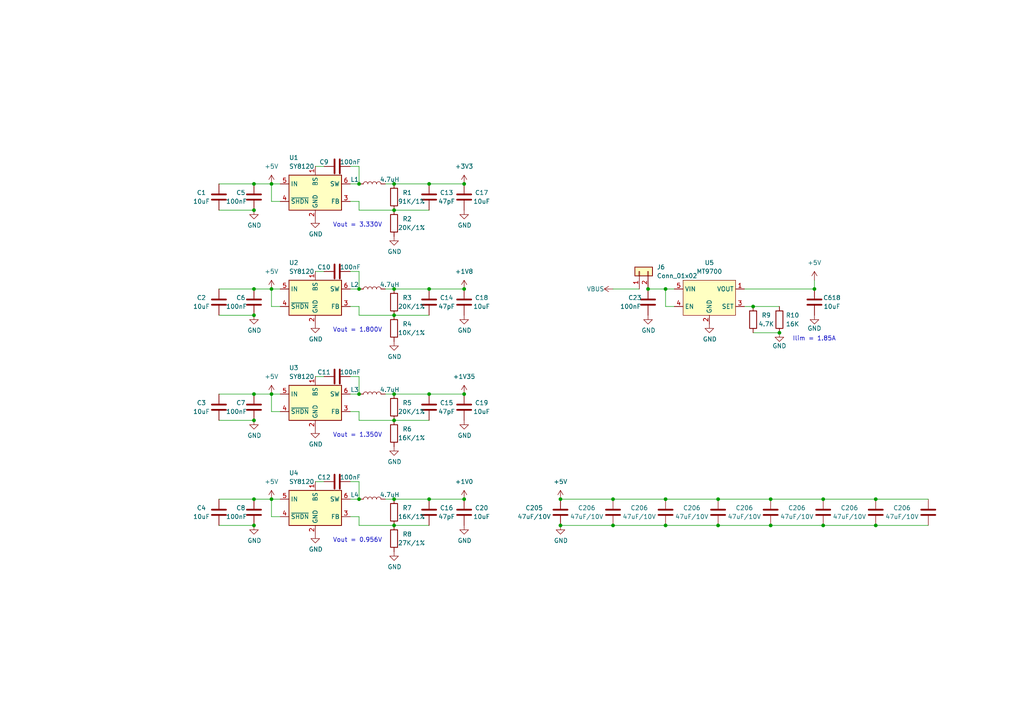
<source format=kicad_sch>
(kicad_sch (version 20230121) (generator eeschema)
  (paper "A4")
  (title_block (title "InuCal") (date "2020-06-30") (rev "R0.1") (company "Wenting Zhang") (comment 1 "zephray@outlook.com"))
  (lib_symbols
    (symbol "Connector_Generic:Conn_01x02" (pin_names (offset 1.016) hide)
      (property "Reference" "J" (at 0 2.54 0))
      (property "Value" "Conn_01x02" (at 0 -5.08 0))
      (symbol "Conn_01x02_1_1"
        (rectangle (start -1.27 -2.413) (end 0 -2.667) (stroke (width 0.1524)))
        (rectangle (start -1.27 0.127) (end 0 -0.127) (stroke (width 0.1524)))
        (rectangle (start -1.27 1.27) (end 1.27 -3.81) (stroke (width 0.254)) (fill (type background)))
        (pin passive line (at -5.08 0 0) (length 3.81) (name "Pin_1") (number "1"))
        (pin passive line (at -5.08 -2.54 0) (length 3.81) (name "Pin_2") (number "2"))
      )
    )
    (symbol "Device:C" (pin_numbers hide) (pin_names (offset 0.254))
      (property "Reference" "C" (at 0.635 2.54 0))
      (property "Value" "C" (at 0.635 -2.54 0))
      (symbol "C_0_1"
        (polyline (pts (xy -2.032 -0.762) (xy 2.032 -0.762)) (stroke (width 0.508)))
        (polyline (pts (xy -2.032 0.762) (xy 2.032 0.762)) (stroke (width 0.508)))
      )
      (symbol "C_1_1"
        (pin passive line (at 0 3.81 270) (length 2.794) (name "~") (number "1"))
        (pin passive line (at 0 -3.81 90) (length 2.794) (name "~") (number "2"))
      )
    )
    (symbol "Device:L" (pin_numbers hide) (pin_names (offset 1.016) hide)
      (property "Reference" "L" (at -1.27 0 90))
      (property "Value" "L" (at 1.905 0 90))
      (symbol "L_0_1"
        (arc (start 0 -2.54) (mid 0.6323 -1.905) (end 0 -1.27))
        (arc (start 0 -1.27) (mid 0.6323 -0.635) (end 0 0))
        (arc (start 0 0) (mid 0.6323 0.635) (end 0 1.27))
        (arc (start 0 1.27) (mid 0.6323 1.905) (end 0 2.54))
      )
      (symbol "L_1_1"
        (pin passive line (at 0 3.81 270) (length 1.27) (name "1") (number "1"))
        (pin passive line (at 0 -3.81 90) (length 1.27) (name "2") (number "2"))
      )
    )
    (symbol "Device:R" (pin_numbers hide) (pin_names (offset 0))
      (property "Reference" "R" (at 2.032 0 90))
      (property "Value" "R" (at 0 0 90))
      (symbol "R_0_1"
        (rectangle (start -1.016 -2.54) (end 1.016 2.54) (stroke (width 0.254)))
      )
      (symbol "R_1_1"
        (pin passive line (at 0 3.81 270) (length 1.27) (name "~") (number "1"))
        (pin passive line (at 0 -3.81 90) (length 1.27) (name "~") (number "2"))
      )
    )
    (symbol "power:+1V0" (power) (pin_names (offset 0))
      (property "Value" "+1V0" (at 0 3.556 0))
      (symbol "+1V0_0_1"
        (polyline (pts (xy -0.762 1.27) (xy 0 2.54)))
        (polyline (pts (xy 0 0) (xy 0 2.54)))
        (polyline (pts (xy 0 2.54) (xy 0.762 1.27)))
      )
      (symbol "+1V0_1_1"
        (pin power_in line (at 0 0 90) (length 0) hide (name "+1V0") (number "1"))
      )
    )
    (symbol "power:+1V35" (power) (pin_names (offset 0))
      (property "Value" "+1V35" (at 0 3.556 0))
      (symbol "+1V35_0_1"
        (polyline (pts (xy -0.762 1.27) (xy 0 2.54)))
        (polyline (pts (xy 0 0) (xy 0 2.54)))
        (polyline (pts (xy 0 2.54) (xy 0.762 1.27)))
      )
      (symbol "+1V35_1_1"
        (pin power_in line (at 0 0 90) (length 0) hide (name "+1V35") (number "1"))
      )
    )
    (symbol "power:+1V8" (power) (pin_names (offset 0))
      (property "Value" "+1V8" (at 0 3.556 0))
      (symbol "+1V8_0_1"
        (polyline (pts (xy -0.762 1.27) (xy 0 2.54)))
        (polyline (pts (xy 0 0) (xy 0 2.54)))
        (polyline (pts (xy 0 2.54) (xy 0.762 1.27)))
      )
      (symbol "+1V8_1_1"
        (pin power_in line (at 0 0 90) (length 0) hide (name "+1V8") (number "1"))
      )
    )
    (symbol "power:+3V3" (power) (pin_names (offset 0))
      (property "Value" "+3V3" (at 0 3.556 0))
      (symbol "+3V3_0_1"
        (polyline (pts (xy -0.762 1.27) (xy 0 2.54)))
        (polyline (pts (xy 0 0) (xy 0 2.54)))
        (polyline (pts (xy 0 2.54) (xy 0.762 1.27)))
      )
      (symbol "+3V3_1_1"
        (pin power_in line (at 0 0 90) (length 0) hide (name "+3V3") (number "1"))
      )
    )
    (symbol "power:+5V" (power) (pin_names (offset 0))
      (property "Value" "+5V" (at 0 3.556 0))
      (symbol "+5V_0_1"
        (polyline (pts (xy -0.762 1.27) (xy 0 2.54)))
        (polyline (pts (xy 0 0) (xy 0 2.54)))
        (polyline (pts (xy 0 2.54) (xy 0.762 1.27)))
      )
      (symbol "+5V_1_1"
        (pin power_in line (at 0 0 90) (length 0) hide (name "+5V") (number "1"))
      )
    )
    (symbol "power:GND" (power) (pin_names (offset 0))
      (property "Value" "GND" (at 0 -3.81 0))
      (symbol "GND_0_1"
        (polyline (pts (xy 0 0) (xy 0 -1.27) (xy 1.27 -1.27) (xy 0 -2.54) (xy -1.27 -1.27) (xy 0 -1.27)))
      )
      (symbol "GND_1_1"
        (pin power_in line (at 0 0 270) (length 0) hide (name "GND") (number "1"))
      )
    )
    (symbol "power:VBUS" (power) (pin_names (offset 0))
      (property "Value" "VBUS" (at 0 3.81 0))
      (symbol "VBUS_0_1"
        (polyline (pts (xy -0.762 1.27) (xy 0 2.54)))
        (polyline (pts (xy 0 0) (xy 0 2.54)))
        (polyline (pts (xy 0 2.54) (xy 0.762 1.27)))
      )
      (symbol "VBUS_1_1"
        (pin power_in line (at 0 0 90) (length 0) hide (name "VBUS") (number "1"))
      )
    )
    (symbol "symbols:MT9700"
      (property "Reference" "U" (at -5.08 7.62 0))
      (property "Value" "MT9700" (at 2.54 7.62 0))
      (symbol "MT9700_1_1"
        (rectangle (start -7.62 5.08) (end 7.62 -5.08) (fill (type background)))
        (pin passive line (at 10.16 2.54 180) (length 2.54) (name "VOUT") (number "1"))
        (pin passive line (at 0 -7.62 90) (length 2.54) (name "GND") (number "2"))
        (pin passive line (at 10.16 -2.54 180) (length 2.54) (name "SET") (number "3"))
        (pin passive line (at -10.16 -2.54 0) (length 2.54) (name "EN") (number "4"))
        (pin passive line (at -10.16 2.54 0) (length 2.54) (name "VIN") (number "5"))
      )
    )
    (symbol "symbols:SY8120"
      (property "Reference" "U" (at -7.62 10.16 0))
      (property "Value" "SY8120" (at -10.16 7.62 0))
      (symbol "SY8120_0_1"
        (rectangle (start -7.62 5.08) (end 7.62 -5.08) (stroke (width 0.254)) (fill (type background)))
      )
      (symbol "SY8120_1_1"
        (pin passive line (at 0 7.62 270) (length 2.54) (name "BS") (number "1"))
        (pin power_in line (at 0 -7.62 90) (length 2.54) (name "GND") (number "2"))
        (pin input line (at 10.16 -2.54 180) (length 2.54) (name "FB") (number "3"))
        (pin input line (at -10.16 -2.54 0) (length 2.54) (name "~{SHDN}") (number "4"))
        (pin power_in line (at -10.16 2.54 0) (length 2.54) (name "IN") (number "5"))
        (pin passive line (at 10.16 2.54 180) (length 2.54) (name "SW") (number "6"))
      )
    )
  )
  (junction (at 114.3 121.92) (diameter 0.9144))
  (junction (at 114.3 83.82) (diameter 0.9144))
  (junction (at 134.62 144.78))
  (junction (at 73.66 60.96) (diameter 0.9144))
  (junction (at 104.14 144.78))
  (junction (at 223.52 144.78))
  (junction (at 226.06 96.52))
  (junction (at 78.74 144.78) (diameter 0.9144))
  (junction (at 134.62 53.34))
  (junction (at 114.3 144.78) (diameter 0.9144))
  (junction (at 78.74 83.82) (diameter 0.9144))
  (junction (at 78.74 114.3) (diameter 0.9144))
  (junction (at 73.66 121.92) (diameter 0.9144))
  (junction (at 134.62 83.82))
  (junction (at 78.74 53.34) (diameter 0.9144))
  (junction (at 162.56 144.78))
  (junction (at 114.3 114.3) (diameter 0.9144))
  (junction (at 162.56 152.4))
  (junction (at 114.3 152.4) (diameter 0.9144))
  (junction (at 193.04 144.78))
  (junction (at 104.14 114.3))
  (junction (at 73.66 91.44) (diameter 0.9144))
  (junction (at 254 152.4))
  (junction (at 124.46 144.78))
  (junction (at 124.46 53.34))
  (junction (at 223.52 152.4))
  (junction (at 177.8 144.78))
  (junction (at 124.46 114.3))
  (junction (at 236.22 83.82))
  (junction (at 73.66 114.3))
  (junction (at 238.76 152.4))
  (junction (at 73.66 152.4) (diameter 0.9144))
  (junction (at 208.28 144.78))
  (junction (at 254 144.78))
  (junction (at 187.96 83.82))
  (junction (at 208.28 152.4))
  (junction (at 218.44 88.9))
  (junction (at 238.76 144.78))
  (junction (at 124.46 83.82))
  (junction (at 114.3 53.34) (diameter 0.9144))
  (junction (at 177.8 152.4))
  (junction (at 73.66 144.78))
  (junction (at 104.14 83.82))
  (junction (at 73.66 83.82))
  (junction (at 114.3 91.44) (diameter 0.9144))
  (junction (at 134.62 114.3))
  (junction (at 73.66 53.34))
  (junction (at 104.14 53.34))
  (junction (at 193.04 83.82))
  (junction (at 193.04 152.4))
  (junction (at 114.3 60.96) (diameter 0.9144))
  (wire (pts (xy 124.46 144.78) (xy 134.62 144.78)))
  (wire (pts (xy 78.74 53.34) (xy 81.28 53.34)))
  (wire (pts (xy 193.04 88.9) (xy 195.58 88.9)))
  (wire (pts (xy 114.3 144.78) (xy 124.46 144.78)))
  (wire (pts (xy 193.04 144.78) (xy 208.28 144.78)))
  (wire (pts (xy 114.3 152.4) (xy 124.46 152.4)))
  (wire (pts (xy 63.5 144.78) (xy 73.66 144.78)))
  (wire (pts (xy 114.3 53.34) (xy 111.76 53.34)))
  (wire (pts (xy 114.3 53.34) (xy 124.46 53.34)))
  (wire (pts (xy 177.8 83.82) (xy 185.42 83.82)))
  (wire (pts (xy 104.14 53.34) (xy 101.6 53.34)))
  (wire (pts (xy 78.74 58.42) (xy 78.74 53.34)))
  (wire (pts (xy 104.14 114.3) (xy 101.6 114.3)))
  (wire (pts (xy 104.14 149.86) (xy 104.14 152.4)))
  (wire (pts (xy 81.28 88.9) (xy 78.74 88.9)))
  (wire (pts (xy 63.5 114.3) (xy 73.66 114.3)))
  (wire (pts (xy 162.56 144.78) (xy 177.8 144.78)))
  (wire (pts (xy 78.74 83.82) (xy 81.28 83.82)))
  (wire (pts (xy 63.5 152.4) (xy 73.66 152.4)))
  (wire (pts (xy 78.74 119.38) (xy 78.74 114.3)))
  (wire (pts (xy 73.66 114.3) (xy 78.74 114.3)))
  (wire (pts (xy 215.9 88.9) (xy 218.44 88.9)))
  (wire (pts (xy 78.74 114.3) (xy 81.28 114.3)))
  (wire (pts (xy 238.76 152.4) (xy 254 152.4)))
  (wire (pts (xy 254 144.78) (xy 269.24 144.78)))
  (wire (pts (xy 91.44 109.22) (xy 93.98 109.22)))
  (wire (pts (xy 238.76 144.78) (xy 254 144.78)))
  (wire (pts (xy 63.5 121.92) (xy 73.66 121.92)))
  (wire (pts (xy 73.66 144.78) (xy 78.74 144.78)))
  (wire (pts (xy 91.44 139.7) (xy 93.98 139.7)))
  (wire (pts (xy 63.5 91.44) (xy 73.66 91.44)))
  (wire (pts (xy 124.46 53.34) (xy 134.62 53.34)))
  (wire (pts (xy 114.3 114.3) (xy 124.46 114.3)))
  (wire (pts (xy 223.52 144.78) (xy 238.76 144.78)))
  (wire (pts (xy 91.44 48.26) (xy 93.98 48.26)))
  (wire (pts (xy 101.6 119.38) (xy 104.14 119.38)))
  (wire (pts (xy 101.6 109.22) (xy 104.14 109.22)))
  (wire (pts (xy 114.3 121.92) (xy 124.46 121.92)))
  (wire (pts (xy 73.66 83.82) (xy 78.74 83.82)))
  (wire (pts (xy 124.46 114.3) (xy 134.62 114.3)))
  (wire (pts (xy 193.04 152.4) (xy 208.28 152.4)))
  (wire (pts (xy 218.44 88.9) (xy 226.06 88.9)))
  (wire (pts (xy 114.3 60.96) (xy 104.14 60.96)))
  (wire (pts (xy 63.5 83.82) (xy 73.66 83.82)))
  (wire (pts (xy 114.3 91.44) (xy 124.46 91.44)))
  (wire (pts (xy 63.5 53.34) (xy 73.66 53.34)))
  (wire (pts (xy 177.8 152.4) (xy 193.04 152.4)))
  (wire (pts (xy 104.14 144.78) (xy 101.6 144.78)))
  (wire (pts (xy 63.5 60.96) (xy 73.66 60.96)))
  (wire (pts (xy 114.3 91.44) (xy 104.14 91.44)))
  (wire (pts (xy 81.28 149.86) (xy 78.74 149.86)))
  (wire (pts (xy 101.6 139.7) (xy 104.14 139.7)))
  (wire (pts (xy 104.14 88.9) (xy 104.14 91.44)))
  (wire (pts (xy 101.6 78.74) (xy 104.14 78.74)))
  (wire (pts (xy 104.14 109.22) (xy 104.14 114.3)))
  (wire (pts (xy 193.04 88.9) (xy 193.04 83.82)))
  (wire (pts (xy 208.28 152.4) (xy 223.52 152.4)))
  (wire (pts (xy 104.14 119.38) (xy 104.14 121.92)))
  (wire (pts (xy 104.14 58.42) (xy 104.14 60.96)))
  (wire (pts (xy 177.8 144.78) (xy 193.04 144.78)))
  (wire (pts (xy 114.3 144.78) (xy 111.76 144.78)))
  (wire (pts (xy 101.6 88.9) (xy 104.14 88.9)))
  (wire (pts (xy 215.9 83.82) (xy 236.22 83.82)))
  (wire (pts (xy 78.74 144.78) (xy 81.28 144.78)))
  (wire (pts (xy 73.66 53.34) (xy 78.74 53.34)))
  (wire (pts (xy 104.14 48.26) (xy 104.14 53.34)))
  (wire (pts (xy 104.14 83.82) (xy 101.6 83.82)))
  (wire (pts (xy 81.28 58.42) (xy 78.74 58.42)))
  (wire (pts (xy 101.6 149.86) (xy 104.14 149.86)))
  (wire (pts (xy 236.22 83.82) (xy 236.22 81.28)))
  (wire (pts (xy 114.3 83.82) (xy 111.76 83.82)))
  (wire (pts (xy 104.14 78.74) (xy 104.14 83.82)))
  (wire (pts (xy 78.74 88.9) (xy 78.74 83.82)))
  (wire (pts (xy 218.44 96.52) (xy 226.06 96.52)))
  (wire (pts (xy 223.52 152.4) (xy 238.76 152.4)))
  (wire (pts (xy 114.3 152.4) (xy 104.14 152.4)))
  (wire (pts (xy 114.3 114.3) (xy 111.76 114.3)))
  (wire (pts (xy 124.46 83.82) (xy 134.62 83.82)))
  (wire (pts (xy 208.28 144.78) (xy 223.52 144.78)))
  (wire (pts (xy 91.44 78.74) (xy 93.98 78.74)))
  (wire (pts (xy 81.28 119.38) (xy 78.74 119.38)))
  (wire (pts (xy 104.14 139.7) (xy 104.14 144.78)))
  (wire (pts (xy 193.04 83.82) (xy 195.58 83.82)))
  (wire (pts (xy 114.3 121.92) (xy 104.14 121.92)))
  (wire (pts (xy 162.56 152.4) (xy 177.8 152.4)))
  (wire (pts (xy 101.6 58.42) (xy 104.14 58.42)))
  (wire (pts (xy 101.6 48.26) (xy 104.14 48.26)))
  (wire (pts (xy 114.3 83.82) (xy 124.46 83.82)))
  (wire (pts (xy 254 152.4) (xy 269.24 152.4)))
  (wire (pts (xy 187.96 83.82) (xy 193.04 83.82)))
  (wire (pts (xy 114.3 60.96) (xy 124.46 60.96)))
  (wire (pts (xy 78.74 149.86) (xy 78.74 144.78)))
  (text "Vout = 1.800V" (at 96.52 96.52 0) (effects (font (size 1.27 1.27)) (justify left bottom)))
  (text "Ilim = 1.85A" (at 229.87 99.06 0) (effects (font (size 1.27 1.27)) (justify left bottom)))
  (text "Vout = 0.956V" (at 96.52 157.48 0) (effects (font (size 1.27 1.27)) (justify left bottom)))
  (text "Vout = 3.330V" (at 96.52 66.04 0) (effects (font (size 1.27 1.27)) (justify left bottom)))
  (text "Vout = 1.350V" (at 96.52 127 0) (effects (font (size 1.27 1.27)) (justify left bottom)))
  (symbol (lib_id "Device:R") (at 114.3 95.25 180) (unit 1)
    (property "Reference" "R4" (at 118.11 93.98 0))
    (property "Value" "10K/1%" (at 119.38 96.52 0))
    (property "Footprint" "Resistor_SMD:R_0402_1005Metric" (effects hide))
    (instances (project "pcb" (path "" (reference "R4") (unit 1))) (project "pcb" (path "" (reference "R8") (unit 1))))
  )
  (symbol (lib_id "Device:C") (at 223.52 148.59 180) (unit 1)
    (property "Reference" "C206" (at 215.9 147.32 0))
    (property "Value" "47uF/10V" (at 215.9 149.86 0))
    (property "Footprint" "Capacitor_SMD:C_1206_3216Metric" (effects hide))
    (property "LCSC" "C105490" (effects hide))
    (property "Ref.Price" "0.0165" (effects hide))
    (instances (project "pcb" (path "" (reference "C206") (unit 1))) (project "pcb" (path "" (reference "C26") (unit 1))))
  )
  (symbol (lib_id "power:GND") (at 134.62 121.92 0) (unit 1)
    (property "Reference" "#PWR022" (effects hide))
    (property "Value" "GND" (at 134.747 126.3142 0))
    (instances (project "pcb" (path "" (reference "#PWR022") (unit 1))) (project "pcb" (path "" (reference "#PWR021") (unit 1))))
  )
  (symbol (lib_id "Device:C") (at 97.79 109.22 270) (unit 1)
    (property "Reference" "C11" (at 93.98 107.95 90))
    (property "Value" "100nF" (at 101.6 107.95 90))
    (property "Footprint" "Capacitor_SMD:C_0402_1005Metric" (effects hide))
    (instances (project "pcb" (path "" (reference "C11") (unit 1))) (project "pcb" (path "" (reference "C13") (unit 1))))
  )
  (symbol (lib_id "symbols:SY8120") (at 91.44 55.88 0) (unit 1)
    (property "Reference" "U1" (at 83.82 45.72 0) (effects (justify left)))
    (property "Value" "SY8120" (at 83.82 48.26 0) (effects (justify left)))
    (property "Footprint" "Package_TO_SOT_SMD:TSOT-23-6" (effects hide))
  )
  (symbol (lib_id "power:+1V8") (at 134.62 83.82 0) (unit 1)
    (property "Reference" "#PWR019" (effects hide))
    (property "Value" "+1V8" (at 134.62 78.74 0))
  )
  (symbol (lib_id "Device:R") (at 114.3 57.15 180) (unit 1)
    (property "Reference" "R1" (at 118.11 55.88 0))
    (property "Value" "91K/1%" (at 119.38 58.42 0))
    (property "Footprint" "Resistor_SMD:R_0402_1005Metric" (effects hide))
    (instances (project "pcb" (path "" (reference "R1") (unit 1))) (project "pcb" (path "" (reference "R7") (unit 1))))
  )
  (symbol (lib_id "Device:C") (at 134.62 87.63 180) (unit 1)
    (property "Reference" "C18" (at 139.7 86.36 0))
    (property "Value" "10uF" (at 139.7 88.9 0))
    (property "Footprint" "Capacitor_SMD:C_0805_2012Metric" (effects hide))
    (instances (project "pcb" (path "" (reference "C18") (unit 1))) (project "pcb" (path "" (reference "C15") (unit 1))))
  )
  (symbol (lib_id "Device:C") (at 63.5 118.11 180) (unit 1)
    (property "Reference" "C3" (at 58.42 116.84 0))
    (property "Value" "10uF" (at 58.42 119.38 0))
    (property "Footprint" "Capacitor_SMD:C_0805_2012Metric" (effects hide))
    (instances (project "pcb" (path "" (reference "C3") (unit 1))) (project "pcb" (path "" (reference "C10") (unit 1))))
  )
  (symbol (lib_id "Device:R") (at 218.44 92.71 180) (unit 1)
    (property "Reference" "R9" (at 222.25 91.44 0))
    (property "Value" "4.7K" (at 222.25 93.98 0))
    (property "Footprint" "Resistor_SMD:R_0402_1005Metric" (effects hide))
    (instances (project "pcb" (path "" (reference "R9") (unit 1))) (project "pcb" (path "" (reference "R7") (unit 1))))
  )
  (symbol (lib_id "power:GND") (at 205.74 93.98 0) (unit 1)
    (property "Reference" "#PWR0132" (effects hide))
    (property "Value" "GND" (at 205.867 98.3742 0))
    (instances (project "pcb" (path "" (reference "#PWR0132") (unit 1))) (project "pcb" (path "" (reference "#PWR029") (unit 1))))
  )
  (symbol (lib_id "Device:L") (at 107.95 53.34 90) (unit 1)
    (property "Reference" "L1" (at 102.87 52.07 90))
    (property "Value" "4.7uH" (at 113.03 52.07 90))
    (property "Footprint" "footprints:L_1212" (effects hide))
    (instances (project "pcb" (path "" (reference "L1") (unit 1))) (project "pcb" (path "" (reference "L2") (unit 1))))
  )
  (symbol (lib_id "Device:R") (at 114.3 156.21 180) (unit 1)
    (property "Reference" "R8" (at 118.11 154.94 0))
    (property "Value" "27K/1%" (at 119.38 157.48 0))
    (property "Footprint" "Resistor_SMD:R_0402_1005Metric" (effects hide))
  )
  (symbol (lib_id "Device:R") (at 114.3 118.11 180) (unit 1)
    (property "Reference" "R5" (at 118.11 116.84 0))
    (property "Value" "20K/1%" (at 119.38 119.38 0))
    (property "Footprint" "Resistor_SMD:R_0402_1005Metric" (effects hide))
    (instances (project "pcb" (path "" (reference "R5") (unit 1))) (project "pcb" (path "" (reference "R7") (unit 1))))
  )
  (symbol (lib_id "power:+5V") (at 78.74 83.82 0) (unit 1)
    (property "Reference" "#PWR06" (effects hide))
    (property "Value" "+5V" (at 78.74 78.74 0))
  )
  (symbol (lib_id "symbols:SY8120") (at 91.44 147.32 0) (unit 1)
    (property "Reference" "U4" (at 83.82 137.16 0) (effects (justify left)))
    (property "Value" "SY8120" (at 83.82 139.7 0) (effects (justify left)))
    (property "Footprint" "Package_TO_SOT_SMD:TSOT-23-6" (effects hide))
  )
  (symbol (lib_id "power:GND") (at 236.22 91.44 0) (mirror y) (unit 1)
    (property "Reference" "#PWR0134" (effects hide))
    (property "Value" "GND" (at 236.22 95.25 0))
    (instances (project "pcb" (path "" (reference "#PWR0134") (unit 1))) (project "pcb" (path "" (reference "#PWR032") (unit 1))))
  )
  (symbol (lib_id "Device:C") (at 73.66 148.59 180) (unit 1)
    (property "Reference" "C8" (at 69.85 147.32 0))
    (property "Value" "100nF" (at 68.58 149.86 0))
    (property "Footprint" "Capacitor_SMD:C_0402_1005Metric" (effects hide))
    (instances (project "pcb" (path "" (reference "C8") (unit 1))) (project "pcb" (path "" (reference "C12") (unit 1))))
  )
  (symbol (lib_id "Device:C") (at 134.62 57.15 180) (unit 1)
    (property "Reference" "C17" (at 139.7 55.88 0))
    (property "Value" "10uF" (at 139.7 58.42 0))
    (property "Footprint" "Capacitor_SMD:C_0805_2012Metric" (effects hide))
    (instances (project "pcb" (path "" (reference "C17") (unit 1))) (project "pcb" (path "" (reference "C15") (unit 1))))
  )
  (symbol (lib_id "Device:L") (at 107.95 83.82 90) (unit 1)
    (property "Reference" "L2" (at 102.87 82.55 90))
    (property "Value" "4.7uH" (at 113.03 82.55 90))
    (property "Footprint" "footprints:L_1212" (effects hide))
  )
  (symbol (lib_id "Device:C") (at 187.96 87.63 180) (unit 1)
    (property "Reference" "C23" (at 184.15 86.36 0))
    (property "Value" "100nF" (at 182.88 88.9 0))
    (property "Footprint" "Capacitor_SMD:C_0402_1005Metric" (effects hide))
    (instances (project "pcb" (path "" (reference "C23") (unit 1))) (project "pcb" (path "" (reference "C12") (unit 1))))
  )
  (symbol (lib_id "power:GND") (at 73.66 121.92 0) (unit 1)
    (property "Reference" "#PWR03" (effects hide))
    (property "Value" "GND" (at 73.787 126.3142 0))
    (instances (project "pcb" (path "" (reference "#PWR03") (unit 1))) (project "pcb" (path "" (reference "#PWR010") (unit 1))))
  )
  (symbol (lib_id "power:+5V") (at 162.56 144.78 0) (unit 1)
    (property "Reference" "#PWR0129" (effects hide))
    (property "Value" "+5V" (at 162.56 139.7 0))
    (instances (project "pcb" (path "" (reference "#PWR0129") (unit 1))) (project "pcb" (path "" (reference "#PWR025") (unit 1))))
  )
  (symbol (lib_id "Device:C") (at 236.22 87.63 0) (mirror x) (unit 1)
    (property "Reference" "C618" (at 241.3 86.36 0))
    (property "Value" "10uF" (at 241.3 88.9 0))
    (property "Footprint" "Capacitor_SMD:C_0805_2012Metric" (effects hide))
    (property "LCSC" "C105490" (effects hide))
    (property "Ref.Price" "0.0165" (effects hide))
    (instances (project "pcb" (path "" (reference "C618") (unit 1))) (project "pcb" (path "" (reference "C27") (unit 1))))
  )
  (symbol (lib_id "power:GND") (at 162.56 152.4 0) (unit 1)
    (property "Reference" "#PWR0130" (effects hide))
    (property "Value" "GND" (at 162.687 156.7942 0))
    (instances (project "pcb" (path "" (reference "#PWR0130") (unit 1))) (project "pcb" (path "" (reference "#PWR026") (unit 1))))
  )
  (symbol (lib_id "symbols:MT9700") (at 205.74 86.36 0) (unit 1)
    (property "Reference" "U5" (at 205.74 76.2 0))
    (property "Value" "MT9700" (at 205.74 78.74 0))
    (property "Footprint" "Package_TO_SOT_SMD:SOT-23-5" (effects hide))
  )
  (symbol (lib_id "power:GND") (at 187.96 91.44 0) (unit 1)
    (property "Reference" "#PWR0132" (effects hide))
    (property "Value" "GND" (at 188.087 95.8342 0))
    (instances (project "pcb" (path "" (reference "#PWR0132") (unit 1))) (project "pcb" (path "" (reference "#PWR027") (unit 1))))
  )
  (symbol (lib_id "power:+5V") (at 78.74 114.3 0) (unit 1)
    (property "Reference" "#PWR07" (effects hide))
    (property "Value" "+5V" (at 78.74 109.22 0))
  )
  (symbol (lib_id "power:GND") (at 114.3 99.06 0) (unit 1)
    (property "Reference" "#PWR014" (effects hide))
    (property "Value" "GND" (at 114.427 103.4542 0))
    (instances (project "pcb" (path "" (reference "#PWR014") (unit 1))) (project "pcb" (path "" (reference "#PWR017") (unit 1))))
  )
  (symbol (lib_id "Device:C") (at 73.66 57.15 180) (unit 1)
    (property "Reference" "C5" (at 69.85 55.88 0))
    (property "Value" "100nF" (at 68.58 58.42 0))
    (property "Footprint" "Capacitor_SMD:C_0402_1005Metric" (effects hide))
    (instances (project "pcb" (path "" (reference "C5") (unit 1))) (project "pcb" (path "" (reference "C12") (unit 1))))
  )
  (symbol (lib_id "Device:C") (at 162.56 148.59 180) (unit 1)
    (property "Reference" "C205" (at 154.94 147.32 0))
    (property "Value" "47uF/10V" (at 154.94 149.86 0))
    (property "Footprint" "Capacitor_SMD:C_1206_3216Metric" (effects hide))
    (property "LCSC" "C105490" (effects hide))
    (property "Ref.Price" "0.0165" (effects hide))
    (instances (project "pcb" (path "" (reference "C205") (unit 1))) (project "pcb" (path "" (reference "C21") (unit 1))))
  )
  (symbol (lib_id "Device:R") (at 114.3 148.59 180) (unit 1)
    (property "Reference" "R7" (at 118.11 147.32 0))
    (property "Value" "16K/1%" (at 119.38 149.86 0))
    (property "Footprint" "Resistor_SMD:R_0402_1005Metric" (effects hide))
  )
  (symbol (lib_id "Device:R") (at 226.06 92.71 180) (unit 1)
    (property "Reference" "R10" (at 229.87 91.44 0))
    (property "Value" "16K" (at 229.87 93.98 0))
    (property "Footprint" "Resistor_SMD:R_0402_1005Metric" (effects hide))
    (instances (project "pcb" (path "" (reference "R10") (unit 1))) (project "pcb" (path "" (reference "R7") (unit 1))))
  )
  (symbol (lib_id "Connector_Generic:Conn_01x02") (at 185.42 78.74 90) (unit 1)
    (property "Reference" "J6" (at 190.5 77.47 90) (effects (justify right)))
    (property "Value" "Conn_01x02" (at 190.5 80.01 90) (effects (justify right)))
    (property "Footprint" "Connector_PinHeader_2.54mm:PinHeader_1x02_P2.54mm_Vertical" (effects hide))
  )
  (symbol (lib_id "power:+5V") (at 236.22 81.28 0) (unit 1)
    (property "Reference" "#PWR0135" (effects hide))
    (property "Value" "+5V" (at 236.22 76.2 0))
    (instances (project "pcb" (path "" (reference "#PWR0135") (unit 1))) (project "pcb" (path "" (reference "#PWR031") (unit 1))))
  )
  (symbol (lib_id "Device:C") (at 97.79 78.74 270) (unit 1)
    (property "Reference" "C10" (at 93.98 77.47 90))
    (property "Value" "100nF" (at 101.6 77.47 90))
    (property "Footprint" "Capacitor_SMD:C_0402_1005Metric" (effects hide))
    (instances (project "pcb" (path "" (reference "C10") (unit 1))) (project "pcb" (path "" (reference "C13") (unit 1))))
  )
  (symbol (lib_id "Device:R") (at 114.3 125.73 180) (unit 1)
    (property "Reference" "R6" (at 118.11 124.46 0))
    (property "Value" "16K/1%" (at 119.38 127 0))
    (property "Footprint" "Resistor_SMD:R_0402_1005Metric" (effects hide))
    (instances (project "pcb" (path "" (reference "R6") (unit 1))) (project "pcb" (path "" (reference "R8") (unit 1))))
  )
  (symbol (lib_id "power:GND") (at 91.44 93.98 0) (unit 1)
    (property "Reference" "#PWR010" (effects hide))
    (property "Value" "GND" (at 91.567 98.3742 0))
    (instances (project "pcb" (path "" (reference "#PWR010") (unit 1))) (project "pcb" (path "" (reference "#PWR014") (unit 1))))
  )
  (symbol (lib_id "Device:C") (at 208.28 148.59 180) (unit 1)
    (property "Reference" "C206" (at 200.66 147.32 0))
    (property "Value" "47uF/10V" (at 200.66 149.86 0))
    (property "Footprint" "Capacitor_SMD:C_1206_3216Metric" (effects hide))
    (property "LCSC" "C105490" (effects hide))
    (property "Ref.Price" "0.0165" (effects hide))
    (instances (project "pcb" (path "" (reference "C206") (unit 1))) (project "pcb" (path "" (reference "C25") (unit 1))))
  )
  (symbol (lib_id "Device:C") (at 63.5 148.59 180) (unit 1)
    (property "Reference" "C4" (at 58.42 147.32 0))
    (property "Value" "10uF" (at 58.42 149.86 0))
    (property "Footprint" "Capacitor_SMD:C_0805_2012Metric" (effects hide))
    (instances (project "pcb" (path "" (reference "C4") (unit 1))) (project "pcb" (path "" (reference "C10") (unit 1))))
  )
  (symbol (lib_id "power:GND") (at 134.62 152.4 0) (unit 1)
    (property "Reference" "#PWR024" (effects hide))
    (property "Value" "GND" (at 134.747 156.7942 0))
    (instances (project "pcb" (path "" (reference "#PWR024") (unit 1))) (project "pcb" (path "" (reference "#PWR021") (unit 1))))
  )
  (symbol (lib_id "power:GND") (at 73.66 91.44 0) (unit 1)
    (property "Reference" "#PWR02" (effects hide))
    (property "Value" "GND" (at 73.787 95.8342 0))
    (instances (project "pcb" (path "" (reference "#PWR02") (unit 1))) (project "pcb" (path "" (reference "#PWR010") (unit 1))))
  )
  (symbol (lib_id "power:GND") (at 91.44 154.94 0) (unit 1)
    (property "Reference" "#PWR012" (effects hide))
    (property "Value" "GND" (at 91.567 159.3342 0))
    (instances (project "pcb" (path "" (reference "#PWR012") (unit 1))) (project "pcb" (path "" (reference "#PWR014") (unit 1))))
  )
  (symbol (lib_id "Device:L") (at 107.95 114.3 90) (unit 1)
    (property "Reference" "L3" (at 102.87 113.03 90))
    (property "Value" "4.7uH" (at 113.03 113.03 90))
    (property "Footprint" "footprints:L_1212" (effects hide))
    (instances (project "pcb" (path "" (reference "L3") (unit 1))) (project "pcb" (path "" (reference "L2") (unit 1))))
  )
  (symbol (lib_id "power:GND") (at 226.06 96.52 0) (mirror y) (unit 1)
    (property "Reference" "#PWR0134" (effects hide))
    (property "Value" "GND" (at 226.06 100.33 0))
    (instances (project "pcb" (path "" (reference "#PWR0134") (unit 1))) (project "pcb" (path "" (reference "#PWR030") (unit 1))))
  )
  (symbol (lib_id "Device:C") (at 269.24 148.59 180) (unit 1)
    (property "Reference" "C206" (at 261.62 147.32 0))
    (property "Value" "47uF/10V" (at 261.62 149.86 0))
    (property "Footprint" "Capacitor_SMD:C_1206_3216Metric" (effects hide))
    (property "LCSC" "C105490" (effects hide))
    (property "Ref.Price" "0.0165" (effects hide))
    (instances (project "pcb" (path "" (reference "C206") (unit 1))) (project "pcb" (path "" (reference "C30") (unit 1))))
  )
  (symbol (lib_id "power:VBUS") (at 177.8 83.82 90) (mirror x) (unit 1)
    (property "Reference" "#PWR0295" (effects hide))
    (property "Value" "VBUS" (at 172.72 83.82 90))
    (instances (project "pcb" (path "" (reference "#PWR0295") (unit 1)) (path "" (reference "#PWR028") (unit 1))))
  )
  (symbol (lib_id "symbols:SY8120") (at 91.44 116.84 0) (unit 1)
    (property "Reference" "U3" (at 83.82 106.68 0) (effects (justify left)))
    (property "Value" "SY8120" (at 83.82 109.22 0) (effects (justify left)))
    (property "Footprint" "Package_TO_SOT_SMD:TSOT-23-6" (effects hide))
  )
  (symbol (lib_id "Device:R") (at 114.3 87.63 180) (unit 1)
    (property "Reference" "R3" (at 118.11 86.36 0))
    (property "Value" "20K/1%" (at 119.38 88.9 0))
    (property "Footprint" "Resistor_SMD:R_0402_1005Metric" (effects hide))
    (instances (project "pcb" (path "" (reference "R3") (unit 1))) (project "pcb" (path "" (reference "R7") (unit 1))))
  )
  (symbol (lib_id "Device:C") (at 97.79 139.7 270) (unit 1)
    (property "Reference" "C12" (at 93.98 138.43 90))
    (property "Value" "100nF" (at 101.6 138.43 90))
    (property "Footprint" "Capacitor_SMD:C_0402_1005Metric" (effects hide))
    (instances (project "pcb" (path "" (reference "C12") (unit 1))) (project "pcb" (path "" (reference "C13") (unit 1))))
  )
  (symbol (lib_id "power:GND") (at 134.62 91.44 0) (unit 1)
    (property "Reference" "#PWR020" (effects hide))
    (property "Value" "GND" (at 134.747 95.8342 0))
    (instances (project "pcb" (path "" (reference "#PWR020") (unit 1))) (project "pcb" (path "" (reference "#PWR021") (unit 1))))
  )
  (symbol (lib_id "power:+3V3") (at 134.62 53.34 0) (unit 1)
    (property "Reference" "#PWR017" (effects hide))
    (property "Value" "+3V3" (at 134.62 48.26 0))
    (instances (project "pcb" (path "" (reference "#PWR017") (unit 1))) (project "pcb" (path "" (reference "#PWR020") (unit 1))))
  )
  (symbol (lib_id "Device:C") (at 254 148.59 180) (unit 1)
    (property "Reference" "C206" (at 246.38 147.32 0))
    (property "Value" "47uF/10V" (at 246.38 149.86 0))
    (property "Footprint" "Capacitor_SMD:C_1206_3216Metric" (effects hide))
    (property "LCSC" "C105490" (effects hide))
    (property "Ref.Price" "0.0165" (effects hide))
    (instances (project "pcb" (path "" (reference "C206") (unit 1))) (project "pcb" (path "" (reference "C29") (unit 1))))
  )
  (symbol (lib_id "power:GND") (at 134.62 60.96 0) (unit 1)
    (property "Reference" "#PWR018" (effects hide))
    (property "Value" "GND" (at 134.747 65.3542 0))
    (instances (project "pcb" (path "" (reference "#PWR018") (unit 1))) (project "pcb" (path "" (reference "#PWR021") (unit 1))))
  )
  (symbol (lib_id "power:+1V0") (at 134.62 144.78 0) (unit 1)
    (property "Reference" "#PWR023" (effects hide))
    (property "Value" "+1V0" (at 134.62 139.7 0))
  )
  (symbol (lib_id "Device:C") (at 124.46 57.15 180) (unit 1)
    (property "Reference" "C13" (at 129.54 55.88 0))
    (property "Value" "47pF" (at 129.54 58.42 0))
    (property "Footprint" "Capacitor_SMD:C_0402_1005Metric" (effects hide))
  )
  (symbol (lib_id "Device:C") (at 63.5 57.15 180) (unit 1)
    (property "Reference" "C1" (at 58.42 55.88 0))
    (property "Value" "10uF" (at 58.42 58.42 0))
    (property "Footprint" "Capacitor_SMD:C_0805_2012Metric" (effects hide))
    (instances (project "pcb" (path "" (reference "C1") (unit 1))) (project "pcb" (path "" (reference "C10") (unit 1))))
  )
  (symbol (lib_id "power:+5V") (at 78.74 144.78 0) (unit 1)
    (property "Reference" "#PWR08" (effects hide))
    (property "Value" "+5V" (at 78.74 139.7 0))
  )
  (symbol (lib_id "Device:C") (at 97.79 48.26 270) (unit 1)
    (property "Reference" "C9" (at 93.98 46.99 90))
    (property "Value" "100nF" (at 101.6 46.99 90))
    (property "Footprint" "Capacitor_SMD:C_0402_1005Metric" (effects hide))
    (instances (project "pcb" (path "" (reference "C9") (unit 1))) (project "pcb" (path "" (reference "C13") (unit 1))))
  )
  (symbol (lib_id "Device:C") (at 193.04 148.59 180) (unit 1)
    (property "Reference" "C206" (at 185.42 147.32 0))
    (property "Value" "47uF/10V" (at 185.42 149.86 0))
    (property "Footprint" "Capacitor_SMD:C_1206_3216Metric" (effects hide))
    (property "LCSC" "C105490" (effects hide))
    (property "Ref.Price" "0.0165" (effects hide))
    (instances (project "pcb" (path "" (reference "C206") (unit 1))) (project "pcb" (path "" (reference "C24") (unit 1))))
  )
  (symbol (lib_id "Device:C") (at 124.46 118.11 180) (unit 1)
    (property "Reference" "C15" (at 129.54 116.84 0))
    (property "Value" "47pF" (at 129.54 119.38 0))
    (property "Footprint" "Capacitor_SMD:C_0402_1005Metric" (effects hide))
    (instances (project "pcb" (path "" (reference "C15") (unit 1))) (project "pcb" (path "" (reference "C13") (unit 1))))
  )
  (symbol (lib_id "Device:C") (at 177.8 148.59 180) (unit 1)
    (property "Reference" "C206" (at 170.18 147.32 0))
    (property "Value" "47uF/10V" (at 170.18 149.86 0))
    (property "Footprint" "Capacitor_SMD:C_1206_3216Metric" (effects hide))
    (property "LCSC" "C105490" (effects hide))
    (property "Ref.Price" "0.0165" (effects hide))
    (instances (project "pcb" (path "" (reference "C206") (unit 1))) (project "pcb" (path "" (reference "C22") (unit 1))))
  )
  (symbol (lib_id "power:GND") (at 73.66 60.96 0) (unit 1)
    (property "Reference" "#PWR01" (effects hide))
    (property "Value" "GND" (at 73.787 65.3542 0))
    (instances (project "pcb" (path "" (reference "#PWR01") (unit 1))) (project "pcb" (path "" (reference "#PWR010") (unit 1))))
  )
  (symbol (lib_id "power:GND") (at 73.66 152.4 0) (unit 1)
    (property "Reference" "#PWR04" (effects hide))
    (property "Value" "GND" (at 73.787 156.7942 0))
    (instances (project "pcb" (path "" (reference "#PWR04") (unit 1))) (project "pcb" (path "" (reference "#PWR010") (unit 1))))
  )
  (symbol (lib_id "power:GND") (at 114.3 68.58 0) (unit 1)
    (property "Reference" "#PWR013" (effects hide))
    (property "Value" "GND" (at 114.427 72.9742 0))
    (instances (project "pcb" (path "" (reference "#PWR013") (unit 1))) (project "pcb" (path "" (reference "#PWR017") (unit 1))))
  )
  (symbol (lib_id "power:GND") (at 91.44 124.46 0) (unit 1)
    (property "Reference" "#PWR011" (effects hide))
    (property "Value" "GND" (at 91.567 128.8542 0))
    (instances (project "pcb" (path "" (reference "#PWR011") (unit 1))) (project "pcb" (path "" (reference "#PWR014") (unit 1))))
  )
  (symbol (lib_id "power:+5V") (at 78.74 53.34 0) (unit 1)
    (property "Reference" "#PWR05" (effects hide))
    (property "Value" "+5V" (at 78.74 48.26 0))
  )
  (symbol (lib_id "power:GND") (at 91.44 63.5 0) (unit 1)
    (property "Reference" "#PWR09" (effects hide))
    (property "Value" "GND" (at 91.567 67.8942 0))
    (instances (project "pcb" (path "" (reference "#PWR09") (unit 1))) (project "pcb" (path "" (reference "#PWR014") (unit 1))))
  )
  (symbol (lib_id "power:GND") (at 114.3 160.02 0) (unit 1)
    (property "Reference" "#PWR016" (effects hide))
    (property "Value" "GND" (at 114.427 164.4142 0))
    (instances (project "pcb" (path "" (reference "#PWR016") (unit 1))) (project "pcb" (path "" (reference "#PWR017") (unit 1))))
  )
  (symbol (lib_id "symbols:SY8120") (at 91.44 86.36 0) (unit 1)
    (property "Reference" "U2" (at 83.82 76.2 0) (effects (justify left)))
    (property "Value" "SY8120" (at 83.82 78.74 0) (effects (justify left)))
    (property "Footprint" "Package_TO_SOT_SMD:TSOT-23-6" (effects hide))
  )
  (symbol (lib_id "Device:R") (at 114.3 64.77 180) (unit 1)
    (property "Reference" "R2" (at 118.11 63.5 0))
    (property "Value" "20K/1%" (at 119.38 66.04 0))
    (property "Footprint" "Resistor_SMD:R_0402_1005Metric" (effects hide))
    (instances (project "pcb" (path "" (reference "R2") (unit 1))) (project "pcb" (path "" (reference "R8") (unit 1))))
  )
  (symbol (lib_id "power:GND") (at 114.3 129.54 0) (unit 1)
    (property "Reference" "#PWR015" (effects hide))
    (property "Value" "GND" (at 114.427 133.9342 0))
    (instances (project "pcb" (path "" (reference "#PWR015") (unit 1))) (project "pcb" (path "" (reference "#PWR017") (unit 1))))
  )
  (symbol (lib_id "Device:C") (at 134.62 118.11 180) (unit 1)
    (property "Reference" "C19" (at 139.7 116.84 0))
    (property "Value" "10uF" (at 139.7 119.38 0))
    (property "Footprint" "Capacitor_SMD:C_0805_2012Metric" (effects hide))
    (instances (project "pcb" (path "" (reference "C19") (unit 1))) (project "pcb" (path "" (reference "C15") (unit 1))))
  )
  (symbol (lib_id "Device:C") (at 238.76 148.59 180) (unit 1)
    (property "Reference" "C206" (at 231.14 147.32 0))
    (property "Value" "47uF/10V" (at 231.14 149.86 0))
    (property "Footprint" "Capacitor_SMD:C_1206_3216Metric" (effects hide))
    (property "LCSC" "C105490" (effects hide))
    (property "Ref.Price" "0.0165" (effects hide))
    (instances (project "pcb" (path "" (reference "C206") (unit 1))) (project "pcb" (path "" (reference "C28") (unit 1))))
  )
  (symbol (lib_id "Device:C") (at 63.5 87.63 180) (unit 1)
    (property "Reference" "C2" (at 58.42 86.36 0))
    (property "Value" "10uF" (at 58.42 88.9 0))
    (property "Footprint" "Capacitor_SMD:C_0805_2012Metric" (effects hide))
    (instances (project "pcb" (path "" (reference "C2") (unit 1))) (project "pcb" (path "" (reference "C10") (unit 1))))
  )
  (symbol (lib_id "Device:C") (at 134.62 148.59 180) (unit 1)
    (property "Reference" "C20" (at 139.7 147.32 0))
    (property "Value" "10uF" (at 139.7 149.86 0))
    (property "Footprint" "Capacitor_SMD:C_0805_2012Metric" (effects hide))
    (instances (project "pcb" (path "" (reference "C20") (unit 1))) (project "pcb" (path "" (reference "C15") (unit 1))))
  )
  (symbol (lib_id "power:+1V35") (at 134.62 114.3 0) (unit 1)
    (property "Reference" "#PWR021" (effects hide))
    (property "Value" "+1V35" (at 134.62 109.22 0))
  )
  (symbol (lib_id "Device:C") (at 73.66 118.11 180) (unit 1)
    (property "Reference" "C7" (at 69.85 116.84 0))
    (property "Value" "100nF" (at 68.58 119.38 0))
    (property "Footprint" "Capacitor_SMD:C_0402_1005Metric" (effects hide))
    (instances (project "pcb" (path "" (reference "C7") (unit 1))) (project "pcb" (path "" (reference "C12") (unit 1))))
  )
  (symbol (lib_id "Device:L") (at 107.95 144.78 90) (unit 1)
    (property "Reference" "L4" (at 102.87 143.51 90))
    (property "Value" "4.7uH" (at 113.03 143.51 90))
    (property "Footprint" "footprints:L_1212" (effects hide))
    (instances (project "pcb" (path "" (reference "L4") (unit 1))) (project "pcb" (path "" (reference "L2") (unit 1))))
  )
  (symbol (lib_id "Device:C") (at 73.66 87.63 180) (unit 1)
    (property "Reference" "C6" (at 69.85 86.36 0))
    (property "Value" "100nF" (at 68.58 88.9 0))
    (property "Footprint" "Capacitor_SMD:C_0402_1005Metric" (effects hide))
    (instances (project "pcb" (path "" (reference "C6") (unit 1))) (project "pcb" (path "" (reference "C12") (unit 1))))
  )
  (symbol (lib_id "Device:C") (at 124.46 87.63 180) (unit 1)
    (property "Reference" "C14" (at 129.54 86.36 0))
    (property "Value" "47pF" (at 129.54 88.9 0))
    (property "Footprint" "Capacitor_SMD:C_0402_1005Metric" (effects hide))
    (instances (project "pcb" (path "" (reference "C14") (unit 1))) (project "pcb" (path "" (reference "C13") (unit 1))))
  )
  (symbol (lib_id "Device:C") (at 124.46 148.59 180) (unit 1)
    (property "Reference" "C16" (at 129.54 147.32 0))
    (property "Value" "47pF" (at 129.54 149.86 0))
    (property "Footprint" "Capacitor_SMD:C_0402_1005Metric" (effects hide))
    (instances (project "pcb" (path "" (reference "C16") (unit 1))) (project "pcb" (path "" (reference "C13") (unit 1))))
  )
)
</source>
